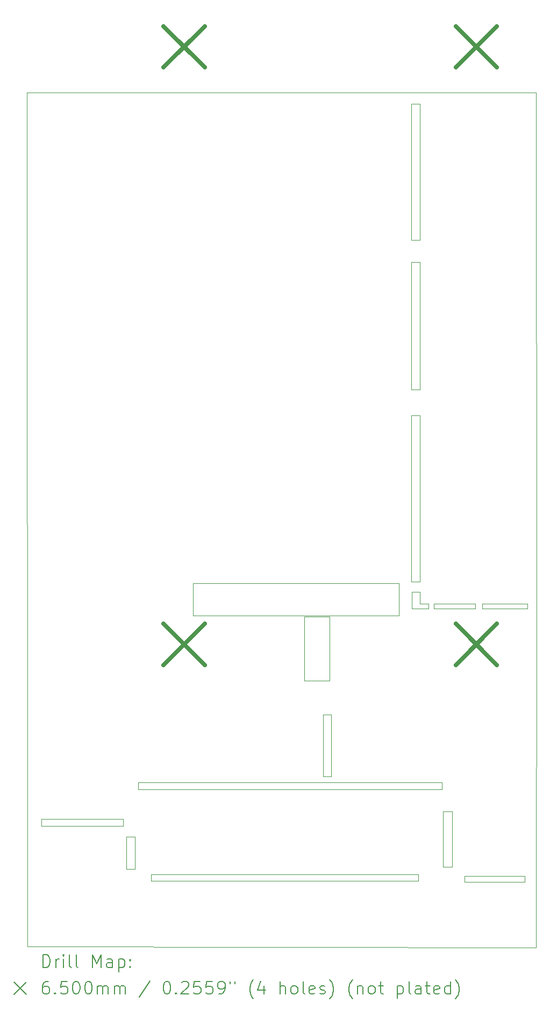
<source format=gbr>
%TF.GenerationSoftware,KiCad,Pcbnew,7.0.9*%
%TF.CreationDate,2024-01-29T20:39:37+05:30*%
%TF.ProjectId,Inverter,496e7665-7274-4657-922e-6b696361645f,rev?*%
%TF.SameCoordinates,Original*%
%TF.FileFunction,Drillmap*%
%TF.FilePolarity,Positive*%
%FSLAX45Y45*%
G04 Gerber Fmt 4.5, Leading zero omitted, Abs format (unit mm)*
G04 Created by KiCad (PCBNEW 7.0.9) date 2024-01-29 20:39:37*
%MOMM*%
%LPD*%
G01*
G04 APERTURE LIST*
%ADD10C,0.100000*%
%ADD11C,0.200000*%
%ADD12C,0.650000*%
G04 APERTURE END LIST*
D10*
X7379000Y-8024460D02*
X7509600Y-8024460D01*
X7509600Y-10642600D01*
X7379000Y-10642600D01*
X7379000Y-8024460D01*
X3935000Y-10668880D02*
X7180580Y-10668880D01*
X7180580Y-11174720D01*
X3935000Y-11174720D01*
X3935000Y-10668880D01*
X8495000Y-10984000D02*
X9207500Y-10984000D01*
X9207500Y-11063800D01*
X8495000Y-11063800D01*
X8495000Y-10984000D01*
X1547240Y-14373860D02*
X2837180Y-14373860D01*
X2837180Y-14480540D01*
X1547240Y-14480540D01*
X1547240Y-14373860D01*
X7733000Y-10986000D02*
X8382000Y-10986000D01*
X8382000Y-11065800D01*
X7733000Y-11065800D01*
X7733000Y-10986000D01*
X7509600Y-10985000D02*
X7650000Y-10985000D01*
X7650000Y-11065800D01*
X7383000Y-11065800D01*
X7383000Y-10805000D01*
X7509600Y-10805000D01*
X7509600Y-10985000D01*
X9350000Y-10764000D02*
X9350120Y-10764220D01*
X9344660Y-16393160D01*
X1330960Y-16383000D01*
X1320800Y-2997200D01*
X1323340Y-2943860D01*
X9345000Y-2940000D01*
X9350000Y-10764000D01*
X8215700Y-15273020D02*
X9166860Y-15273020D01*
X9166860Y-15367000D01*
X8215700Y-15367000D01*
X8215700Y-15273020D01*
X5986780Y-12733020D02*
X6118860Y-12733020D01*
X6118860Y-13703300D01*
X5986780Y-13703300D01*
X5986780Y-12733020D01*
X2885440Y-14654920D02*
X3025140Y-14654920D01*
X3025140Y-15158720D01*
X2885440Y-15158720D01*
X2885440Y-14654920D01*
X7879080Y-14251360D02*
X8016240Y-14251360D01*
X8016240Y-15123160D01*
X7879080Y-15123160D01*
X7879080Y-14251360D01*
X3274680Y-15245080D02*
X7485380Y-15245080D01*
X7485380Y-15346680D01*
X3274680Y-15346680D01*
X3274680Y-15245080D01*
X3073400Y-13794740D02*
X7856220Y-13794740D01*
X7856220Y-13909440D01*
X3073400Y-13909440D01*
X3073400Y-13794740D01*
X7379000Y-5607460D02*
X7509600Y-5607460D01*
X7509600Y-7620000D01*
X7379000Y-7620000D01*
X7379000Y-5607460D01*
X5689600Y-11189740D02*
X6093460Y-11189740D01*
X6093460Y-12194540D01*
X5689600Y-12194540D01*
X5689600Y-11189740D01*
X7379000Y-3124000D02*
X7509600Y-3124000D01*
X7509600Y-5259540D01*
X7379000Y-5259540D01*
X7379000Y-3124000D01*
D11*
D12*
X3476080Y-1899980D02*
X4126080Y-2549980D01*
X4126080Y-1899980D02*
X3476080Y-2549980D01*
X3476080Y-11299980D02*
X4126080Y-11949980D01*
X4126080Y-11299980D02*
X3476080Y-11949980D01*
X8076080Y-1899980D02*
X8726080Y-2549980D01*
X8726080Y-1899980D02*
X8076080Y-2549980D01*
X8076080Y-11299980D02*
X8726080Y-11949980D01*
X8726080Y-11299980D02*
X8076080Y-11949980D01*
D11*
X1576577Y-16709644D02*
X1576577Y-16509644D01*
X1576577Y-16509644D02*
X1624196Y-16509644D01*
X1624196Y-16509644D02*
X1652767Y-16519168D01*
X1652767Y-16519168D02*
X1671815Y-16538215D01*
X1671815Y-16538215D02*
X1681339Y-16557263D01*
X1681339Y-16557263D02*
X1690862Y-16595358D01*
X1690862Y-16595358D02*
X1690862Y-16623929D01*
X1690862Y-16623929D02*
X1681339Y-16662025D01*
X1681339Y-16662025D02*
X1671815Y-16681072D01*
X1671815Y-16681072D02*
X1652767Y-16700120D01*
X1652767Y-16700120D02*
X1624196Y-16709644D01*
X1624196Y-16709644D02*
X1576577Y-16709644D01*
X1776577Y-16709644D02*
X1776577Y-16576310D01*
X1776577Y-16614406D02*
X1786101Y-16595358D01*
X1786101Y-16595358D02*
X1795624Y-16585834D01*
X1795624Y-16585834D02*
X1814672Y-16576310D01*
X1814672Y-16576310D02*
X1833720Y-16576310D01*
X1900386Y-16709644D02*
X1900386Y-16576310D01*
X1900386Y-16509644D02*
X1890862Y-16519168D01*
X1890862Y-16519168D02*
X1900386Y-16528691D01*
X1900386Y-16528691D02*
X1909910Y-16519168D01*
X1909910Y-16519168D02*
X1900386Y-16509644D01*
X1900386Y-16509644D02*
X1900386Y-16528691D01*
X2024196Y-16709644D02*
X2005148Y-16700120D01*
X2005148Y-16700120D02*
X1995624Y-16681072D01*
X1995624Y-16681072D02*
X1995624Y-16509644D01*
X2128958Y-16709644D02*
X2109910Y-16700120D01*
X2109910Y-16700120D02*
X2100386Y-16681072D01*
X2100386Y-16681072D02*
X2100386Y-16509644D01*
X2357529Y-16709644D02*
X2357529Y-16509644D01*
X2357529Y-16509644D02*
X2424196Y-16652501D01*
X2424196Y-16652501D02*
X2490863Y-16509644D01*
X2490863Y-16509644D02*
X2490863Y-16709644D01*
X2671815Y-16709644D02*
X2671815Y-16604882D01*
X2671815Y-16604882D02*
X2662291Y-16585834D01*
X2662291Y-16585834D02*
X2643244Y-16576310D01*
X2643244Y-16576310D02*
X2605148Y-16576310D01*
X2605148Y-16576310D02*
X2586101Y-16585834D01*
X2671815Y-16700120D02*
X2652767Y-16709644D01*
X2652767Y-16709644D02*
X2605148Y-16709644D01*
X2605148Y-16709644D02*
X2586101Y-16700120D01*
X2586101Y-16700120D02*
X2576577Y-16681072D01*
X2576577Y-16681072D02*
X2576577Y-16662025D01*
X2576577Y-16662025D02*
X2586101Y-16642977D01*
X2586101Y-16642977D02*
X2605148Y-16633453D01*
X2605148Y-16633453D02*
X2652767Y-16633453D01*
X2652767Y-16633453D02*
X2671815Y-16623929D01*
X2767053Y-16576310D02*
X2767053Y-16776310D01*
X2767053Y-16585834D02*
X2786101Y-16576310D01*
X2786101Y-16576310D02*
X2824196Y-16576310D01*
X2824196Y-16576310D02*
X2843243Y-16585834D01*
X2843243Y-16585834D02*
X2852767Y-16595358D01*
X2852767Y-16595358D02*
X2862291Y-16614406D01*
X2862291Y-16614406D02*
X2862291Y-16671548D01*
X2862291Y-16671548D02*
X2852767Y-16690596D01*
X2852767Y-16690596D02*
X2843243Y-16700120D01*
X2843243Y-16700120D02*
X2824196Y-16709644D01*
X2824196Y-16709644D02*
X2786101Y-16709644D01*
X2786101Y-16709644D02*
X2767053Y-16700120D01*
X2948005Y-16690596D02*
X2957529Y-16700120D01*
X2957529Y-16700120D02*
X2948005Y-16709644D01*
X2948005Y-16709644D02*
X2938482Y-16700120D01*
X2938482Y-16700120D02*
X2948005Y-16690596D01*
X2948005Y-16690596D02*
X2948005Y-16709644D01*
X2948005Y-16585834D02*
X2957529Y-16595358D01*
X2957529Y-16595358D02*
X2948005Y-16604882D01*
X2948005Y-16604882D02*
X2938482Y-16595358D01*
X2938482Y-16595358D02*
X2948005Y-16585834D01*
X2948005Y-16585834D02*
X2948005Y-16604882D01*
X1115800Y-16938160D02*
X1315800Y-17138160D01*
X1315800Y-16938160D02*
X1115800Y-17138160D01*
X1662291Y-16929644D02*
X1624196Y-16929644D01*
X1624196Y-16929644D02*
X1605148Y-16939168D01*
X1605148Y-16939168D02*
X1595624Y-16948691D01*
X1595624Y-16948691D02*
X1576577Y-16977263D01*
X1576577Y-16977263D02*
X1567053Y-17015358D01*
X1567053Y-17015358D02*
X1567053Y-17091549D01*
X1567053Y-17091549D02*
X1576577Y-17110596D01*
X1576577Y-17110596D02*
X1586101Y-17120120D01*
X1586101Y-17120120D02*
X1605148Y-17129644D01*
X1605148Y-17129644D02*
X1643243Y-17129644D01*
X1643243Y-17129644D02*
X1662291Y-17120120D01*
X1662291Y-17120120D02*
X1671815Y-17110596D01*
X1671815Y-17110596D02*
X1681339Y-17091549D01*
X1681339Y-17091549D02*
X1681339Y-17043930D01*
X1681339Y-17043930D02*
X1671815Y-17024882D01*
X1671815Y-17024882D02*
X1662291Y-17015358D01*
X1662291Y-17015358D02*
X1643243Y-17005834D01*
X1643243Y-17005834D02*
X1605148Y-17005834D01*
X1605148Y-17005834D02*
X1586101Y-17015358D01*
X1586101Y-17015358D02*
X1576577Y-17024882D01*
X1576577Y-17024882D02*
X1567053Y-17043930D01*
X1767053Y-17110596D02*
X1776577Y-17120120D01*
X1776577Y-17120120D02*
X1767053Y-17129644D01*
X1767053Y-17129644D02*
X1757529Y-17120120D01*
X1757529Y-17120120D02*
X1767053Y-17110596D01*
X1767053Y-17110596D02*
X1767053Y-17129644D01*
X1957529Y-16929644D02*
X1862291Y-16929644D01*
X1862291Y-16929644D02*
X1852767Y-17024882D01*
X1852767Y-17024882D02*
X1862291Y-17015358D01*
X1862291Y-17015358D02*
X1881339Y-17005834D01*
X1881339Y-17005834D02*
X1928958Y-17005834D01*
X1928958Y-17005834D02*
X1948005Y-17015358D01*
X1948005Y-17015358D02*
X1957529Y-17024882D01*
X1957529Y-17024882D02*
X1967053Y-17043930D01*
X1967053Y-17043930D02*
X1967053Y-17091549D01*
X1967053Y-17091549D02*
X1957529Y-17110596D01*
X1957529Y-17110596D02*
X1948005Y-17120120D01*
X1948005Y-17120120D02*
X1928958Y-17129644D01*
X1928958Y-17129644D02*
X1881339Y-17129644D01*
X1881339Y-17129644D02*
X1862291Y-17120120D01*
X1862291Y-17120120D02*
X1852767Y-17110596D01*
X2090862Y-16929644D02*
X2109910Y-16929644D01*
X2109910Y-16929644D02*
X2128958Y-16939168D01*
X2128958Y-16939168D02*
X2138482Y-16948691D01*
X2138482Y-16948691D02*
X2148005Y-16967739D01*
X2148005Y-16967739D02*
X2157529Y-17005834D01*
X2157529Y-17005834D02*
X2157529Y-17053453D01*
X2157529Y-17053453D02*
X2148005Y-17091549D01*
X2148005Y-17091549D02*
X2138482Y-17110596D01*
X2138482Y-17110596D02*
X2128958Y-17120120D01*
X2128958Y-17120120D02*
X2109910Y-17129644D01*
X2109910Y-17129644D02*
X2090862Y-17129644D01*
X2090862Y-17129644D02*
X2071815Y-17120120D01*
X2071815Y-17120120D02*
X2062291Y-17110596D01*
X2062291Y-17110596D02*
X2052767Y-17091549D01*
X2052767Y-17091549D02*
X2043243Y-17053453D01*
X2043243Y-17053453D02*
X2043243Y-17005834D01*
X2043243Y-17005834D02*
X2052767Y-16967739D01*
X2052767Y-16967739D02*
X2062291Y-16948691D01*
X2062291Y-16948691D02*
X2071815Y-16939168D01*
X2071815Y-16939168D02*
X2090862Y-16929644D01*
X2281339Y-16929644D02*
X2300386Y-16929644D01*
X2300386Y-16929644D02*
X2319434Y-16939168D01*
X2319434Y-16939168D02*
X2328958Y-16948691D01*
X2328958Y-16948691D02*
X2338482Y-16967739D01*
X2338482Y-16967739D02*
X2348005Y-17005834D01*
X2348005Y-17005834D02*
X2348005Y-17053453D01*
X2348005Y-17053453D02*
X2338482Y-17091549D01*
X2338482Y-17091549D02*
X2328958Y-17110596D01*
X2328958Y-17110596D02*
X2319434Y-17120120D01*
X2319434Y-17120120D02*
X2300386Y-17129644D01*
X2300386Y-17129644D02*
X2281339Y-17129644D01*
X2281339Y-17129644D02*
X2262291Y-17120120D01*
X2262291Y-17120120D02*
X2252767Y-17110596D01*
X2252767Y-17110596D02*
X2243244Y-17091549D01*
X2243244Y-17091549D02*
X2233720Y-17053453D01*
X2233720Y-17053453D02*
X2233720Y-17005834D01*
X2233720Y-17005834D02*
X2243244Y-16967739D01*
X2243244Y-16967739D02*
X2252767Y-16948691D01*
X2252767Y-16948691D02*
X2262291Y-16939168D01*
X2262291Y-16939168D02*
X2281339Y-16929644D01*
X2433720Y-17129644D02*
X2433720Y-16996310D01*
X2433720Y-17015358D02*
X2443244Y-17005834D01*
X2443244Y-17005834D02*
X2462291Y-16996310D01*
X2462291Y-16996310D02*
X2490863Y-16996310D01*
X2490863Y-16996310D02*
X2509910Y-17005834D01*
X2509910Y-17005834D02*
X2519434Y-17024882D01*
X2519434Y-17024882D02*
X2519434Y-17129644D01*
X2519434Y-17024882D02*
X2528958Y-17005834D01*
X2528958Y-17005834D02*
X2548005Y-16996310D01*
X2548005Y-16996310D02*
X2576577Y-16996310D01*
X2576577Y-16996310D02*
X2595625Y-17005834D01*
X2595625Y-17005834D02*
X2605148Y-17024882D01*
X2605148Y-17024882D02*
X2605148Y-17129644D01*
X2700386Y-17129644D02*
X2700386Y-16996310D01*
X2700386Y-17015358D02*
X2709910Y-17005834D01*
X2709910Y-17005834D02*
X2728958Y-16996310D01*
X2728958Y-16996310D02*
X2757529Y-16996310D01*
X2757529Y-16996310D02*
X2776577Y-17005834D01*
X2776577Y-17005834D02*
X2786101Y-17024882D01*
X2786101Y-17024882D02*
X2786101Y-17129644D01*
X2786101Y-17024882D02*
X2795625Y-17005834D01*
X2795625Y-17005834D02*
X2814672Y-16996310D01*
X2814672Y-16996310D02*
X2843243Y-16996310D01*
X2843243Y-16996310D02*
X2862291Y-17005834D01*
X2862291Y-17005834D02*
X2871815Y-17024882D01*
X2871815Y-17024882D02*
X2871815Y-17129644D01*
X3262291Y-16920120D02*
X3090863Y-17177263D01*
X3519434Y-16929644D02*
X3538482Y-16929644D01*
X3538482Y-16929644D02*
X3557529Y-16939168D01*
X3557529Y-16939168D02*
X3567053Y-16948691D01*
X3567053Y-16948691D02*
X3576577Y-16967739D01*
X3576577Y-16967739D02*
X3586101Y-17005834D01*
X3586101Y-17005834D02*
X3586101Y-17053453D01*
X3586101Y-17053453D02*
X3576577Y-17091549D01*
X3576577Y-17091549D02*
X3567053Y-17110596D01*
X3567053Y-17110596D02*
X3557529Y-17120120D01*
X3557529Y-17120120D02*
X3538482Y-17129644D01*
X3538482Y-17129644D02*
X3519434Y-17129644D01*
X3519434Y-17129644D02*
X3500386Y-17120120D01*
X3500386Y-17120120D02*
X3490863Y-17110596D01*
X3490863Y-17110596D02*
X3481339Y-17091549D01*
X3481339Y-17091549D02*
X3471815Y-17053453D01*
X3471815Y-17053453D02*
X3471815Y-17005834D01*
X3471815Y-17005834D02*
X3481339Y-16967739D01*
X3481339Y-16967739D02*
X3490863Y-16948691D01*
X3490863Y-16948691D02*
X3500386Y-16939168D01*
X3500386Y-16939168D02*
X3519434Y-16929644D01*
X3671815Y-17110596D02*
X3681339Y-17120120D01*
X3681339Y-17120120D02*
X3671815Y-17129644D01*
X3671815Y-17129644D02*
X3662291Y-17120120D01*
X3662291Y-17120120D02*
X3671815Y-17110596D01*
X3671815Y-17110596D02*
X3671815Y-17129644D01*
X3757529Y-16948691D02*
X3767053Y-16939168D01*
X3767053Y-16939168D02*
X3786101Y-16929644D01*
X3786101Y-16929644D02*
X3833720Y-16929644D01*
X3833720Y-16929644D02*
X3852767Y-16939168D01*
X3852767Y-16939168D02*
X3862291Y-16948691D01*
X3862291Y-16948691D02*
X3871815Y-16967739D01*
X3871815Y-16967739D02*
X3871815Y-16986787D01*
X3871815Y-16986787D02*
X3862291Y-17015358D01*
X3862291Y-17015358D02*
X3748006Y-17129644D01*
X3748006Y-17129644D02*
X3871815Y-17129644D01*
X4052767Y-16929644D02*
X3957529Y-16929644D01*
X3957529Y-16929644D02*
X3948006Y-17024882D01*
X3948006Y-17024882D02*
X3957529Y-17015358D01*
X3957529Y-17015358D02*
X3976577Y-17005834D01*
X3976577Y-17005834D02*
X4024196Y-17005834D01*
X4024196Y-17005834D02*
X4043244Y-17015358D01*
X4043244Y-17015358D02*
X4052767Y-17024882D01*
X4052767Y-17024882D02*
X4062291Y-17043930D01*
X4062291Y-17043930D02*
X4062291Y-17091549D01*
X4062291Y-17091549D02*
X4052767Y-17110596D01*
X4052767Y-17110596D02*
X4043244Y-17120120D01*
X4043244Y-17120120D02*
X4024196Y-17129644D01*
X4024196Y-17129644D02*
X3976577Y-17129644D01*
X3976577Y-17129644D02*
X3957529Y-17120120D01*
X3957529Y-17120120D02*
X3948006Y-17110596D01*
X4243244Y-16929644D02*
X4148006Y-16929644D01*
X4148006Y-16929644D02*
X4138482Y-17024882D01*
X4138482Y-17024882D02*
X4148006Y-17015358D01*
X4148006Y-17015358D02*
X4167053Y-17005834D01*
X4167053Y-17005834D02*
X4214672Y-17005834D01*
X4214672Y-17005834D02*
X4233720Y-17015358D01*
X4233720Y-17015358D02*
X4243244Y-17024882D01*
X4243244Y-17024882D02*
X4252768Y-17043930D01*
X4252768Y-17043930D02*
X4252768Y-17091549D01*
X4252768Y-17091549D02*
X4243244Y-17110596D01*
X4243244Y-17110596D02*
X4233720Y-17120120D01*
X4233720Y-17120120D02*
X4214672Y-17129644D01*
X4214672Y-17129644D02*
X4167053Y-17129644D01*
X4167053Y-17129644D02*
X4148006Y-17120120D01*
X4148006Y-17120120D02*
X4138482Y-17110596D01*
X4348006Y-17129644D02*
X4386101Y-17129644D01*
X4386101Y-17129644D02*
X4405149Y-17120120D01*
X4405149Y-17120120D02*
X4414672Y-17110596D01*
X4414672Y-17110596D02*
X4433720Y-17082025D01*
X4433720Y-17082025D02*
X4443244Y-17043930D01*
X4443244Y-17043930D02*
X4443244Y-16967739D01*
X4443244Y-16967739D02*
X4433720Y-16948691D01*
X4433720Y-16948691D02*
X4424196Y-16939168D01*
X4424196Y-16939168D02*
X4405149Y-16929644D01*
X4405149Y-16929644D02*
X4367053Y-16929644D01*
X4367053Y-16929644D02*
X4348006Y-16939168D01*
X4348006Y-16939168D02*
X4338482Y-16948691D01*
X4338482Y-16948691D02*
X4328958Y-16967739D01*
X4328958Y-16967739D02*
X4328958Y-17015358D01*
X4328958Y-17015358D02*
X4338482Y-17034406D01*
X4338482Y-17034406D02*
X4348006Y-17043930D01*
X4348006Y-17043930D02*
X4367053Y-17053453D01*
X4367053Y-17053453D02*
X4405149Y-17053453D01*
X4405149Y-17053453D02*
X4424196Y-17043930D01*
X4424196Y-17043930D02*
X4433720Y-17034406D01*
X4433720Y-17034406D02*
X4443244Y-17015358D01*
X4519434Y-16929644D02*
X4519434Y-16967739D01*
X4595625Y-16929644D02*
X4595625Y-16967739D01*
X4890863Y-17205834D02*
X4881339Y-17196310D01*
X4881339Y-17196310D02*
X4862291Y-17167739D01*
X4862291Y-17167739D02*
X4852768Y-17148691D01*
X4852768Y-17148691D02*
X4843244Y-17120120D01*
X4843244Y-17120120D02*
X4833720Y-17072501D01*
X4833720Y-17072501D02*
X4833720Y-17034406D01*
X4833720Y-17034406D02*
X4843244Y-16986787D01*
X4843244Y-16986787D02*
X4852768Y-16958215D01*
X4852768Y-16958215D02*
X4862291Y-16939168D01*
X4862291Y-16939168D02*
X4881339Y-16910596D01*
X4881339Y-16910596D02*
X4890863Y-16901072D01*
X5052768Y-16996310D02*
X5052768Y-17129644D01*
X5005149Y-16920120D02*
X4957530Y-17062977D01*
X4957530Y-17062977D02*
X5081339Y-17062977D01*
X5309911Y-17129644D02*
X5309911Y-16929644D01*
X5395625Y-17129644D02*
X5395625Y-17024882D01*
X5395625Y-17024882D02*
X5386101Y-17005834D01*
X5386101Y-17005834D02*
X5367053Y-16996310D01*
X5367053Y-16996310D02*
X5338482Y-16996310D01*
X5338482Y-16996310D02*
X5319434Y-17005834D01*
X5319434Y-17005834D02*
X5309911Y-17015358D01*
X5519434Y-17129644D02*
X5500387Y-17120120D01*
X5500387Y-17120120D02*
X5490863Y-17110596D01*
X5490863Y-17110596D02*
X5481339Y-17091549D01*
X5481339Y-17091549D02*
X5481339Y-17034406D01*
X5481339Y-17034406D02*
X5490863Y-17015358D01*
X5490863Y-17015358D02*
X5500387Y-17005834D01*
X5500387Y-17005834D02*
X5519434Y-16996310D01*
X5519434Y-16996310D02*
X5548006Y-16996310D01*
X5548006Y-16996310D02*
X5567053Y-17005834D01*
X5567053Y-17005834D02*
X5576577Y-17015358D01*
X5576577Y-17015358D02*
X5586101Y-17034406D01*
X5586101Y-17034406D02*
X5586101Y-17091549D01*
X5586101Y-17091549D02*
X5576577Y-17110596D01*
X5576577Y-17110596D02*
X5567053Y-17120120D01*
X5567053Y-17120120D02*
X5548006Y-17129644D01*
X5548006Y-17129644D02*
X5519434Y-17129644D01*
X5700387Y-17129644D02*
X5681339Y-17120120D01*
X5681339Y-17120120D02*
X5671815Y-17101072D01*
X5671815Y-17101072D02*
X5671815Y-16929644D01*
X5852768Y-17120120D02*
X5833720Y-17129644D01*
X5833720Y-17129644D02*
X5795625Y-17129644D01*
X5795625Y-17129644D02*
X5776577Y-17120120D01*
X5776577Y-17120120D02*
X5767053Y-17101072D01*
X5767053Y-17101072D02*
X5767053Y-17024882D01*
X5767053Y-17024882D02*
X5776577Y-17005834D01*
X5776577Y-17005834D02*
X5795625Y-16996310D01*
X5795625Y-16996310D02*
X5833720Y-16996310D01*
X5833720Y-16996310D02*
X5852768Y-17005834D01*
X5852768Y-17005834D02*
X5862291Y-17024882D01*
X5862291Y-17024882D02*
X5862291Y-17043930D01*
X5862291Y-17043930D02*
X5767053Y-17062977D01*
X5938482Y-17120120D02*
X5957530Y-17129644D01*
X5957530Y-17129644D02*
X5995625Y-17129644D01*
X5995625Y-17129644D02*
X6014672Y-17120120D01*
X6014672Y-17120120D02*
X6024196Y-17101072D01*
X6024196Y-17101072D02*
X6024196Y-17091549D01*
X6024196Y-17091549D02*
X6014672Y-17072501D01*
X6014672Y-17072501D02*
X5995625Y-17062977D01*
X5995625Y-17062977D02*
X5967053Y-17062977D01*
X5967053Y-17062977D02*
X5948006Y-17053453D01*
X5948006Y-17053453D02*
X5938482Y-17034406D01*
X5938482Y-17034406D02*
X5938482Y-17024882D01*
X5938482Y-17024882D02*
X5948006Y-17005834D01*
X5948006Y-17005834D02*
X5967053Y-16996310D01*
X5967053Y-16996310D02*
X5995625Y-16996310D01*
X5995625Y-16996310D02*
X6014672Y-17005834D01*
X6090863Y-17205834D02*
X6100387Y-17196310D01*
X6100387Y-17196310D02*
X6119434Y-17167739D01*
X6119434Y-17167739D02*
X6128958Y-17148691D01*
X6128958Y-17148691D02*
X6138482Y-17120120D01*
X6138482Y-17120120D02*
X6148006Y-17072501D01*
X6148006Y-17072501D02*
X6148006Y-17034406D01*
X6148006Y-17034406D02*
X6138482Y-16986787D01*
X6138482Y-16986787D02*
X6128958Y-16958215D01*
X6128958Y-16958215D02*
X6119434Y-16939168D01*
X6119434Y-16939168D02*
X6100387Y-16910596D01*
X6100387Y-16910596D02*
X6090863Y-16901072D01*
X6452768Y-17205834D02*
X6443244Y-17196310D01*
X6443244Y-17196310D02*
X6424196Y-17167739D01*
X6424196Y-17167739D02*
X6414672Y-17148691D01*
X6414672Y-17148691D02*
X6405149Y-17120120D01*
X6405149Y-17120120D02*
X6395625Y-17072501D01*
X6395625Y-17072501D02*
X6395625Y-17034406D01*
X6395625Y-17034406D02*
X6405149Y-16986787D01*
X6405149Y-16986787D02*
X6414672Y-16958215D01*
X6414672Y-16958215D02*
X6424196Y-16939168D01*
X6424196Y-16939168D02*
X6443244Y-16910596D01*
X6443244Y-16910596D02*
X6452768Y-16901072D01*
X6528958Y-16996310D02*
X6528958Y-17129644D01*
X6528958Y-17015358D02*
X6538482Y-17005834D01*
X6538482Y-17005834D02*
X6557530Y-16996310D01*
X6557530Y-16996310D02*
X6586101Y-16996310D01*
X6586101Y-16996310D02*
X6605149Y-17005834D01*
X6605149Y-17005834D02*
X6614672Y-17024882D01*
X6614672Y-17024882D02*
X6614672Y-17129644D01*
X6738482Y-17129644D02*
X6719434Y-17120120D01*
X6719434Y-17120120D02*
X6709911Y-17110596D01*
X6709911Y-17110596D02*
X6700387Y-17091549D01*
X6700387Y-17091549D02*
X6700387Y-17034406D01*
X6700387Y-17034406D02*
X6709911Y-17015358D01*
X6709911Y-17015358D02*
X6719434Y-17005834D01*
X6719434Y-17005834D02*
X6738482Y-16996310D01*
X6738482Y-16996310D02*
X6767053Y-16996310D01*
X6767053Y-16996310D02*
X6786101Y-17005834D01*
X6786101Y-17005834D02*
X6795625Y-17015358D01*
X6795625Y-17015358D02*
X6805149Y-17034406D01*
X6805149Y-17034406D02*
X6805149Y-17091549D01*
X6805149Y-17091549D02*
X6795625Y-17110596D01*
X6795625Y-17110596D02*
X6786101Y-17120120D01*
X6786101Y-17120120D02*
X6767053Y-17129644D01*
X6767053Y-17129644D02*
X6738482Y-17129644D01*
X6862292Y-16996310D02*
X6938482Y-16996310D01*
X6890863Y-16929644D02*
X6890863Y-17101072D01*
X6890863Y-17101072D02*
X6900387Y-17120120D01*
X6900387Y-17120120D02*
X6919434Y-17129644D01*
X6919434Y-17129644D02*
X6938482Y-17129644D01*
X7157530Y-16996310D02*
X7157530Y-17196310D01*
X7157530Y-17005834D02*
X7176577Y-16996310D01*
X7176577Y-16996310D02*
X7214673Y-16996310D01*
X7214673Y-16996310D02*
X7233720Y-17005834D01*
X7233720Y-17005834D02*
X7243244Y-17015358D01*
X7243244Y-17015358D02*
X7252768Y-17034406D01*
X7252768Y-17034406D02*
X7252768Y-17091549D01*
X7252768Y-17091549D02*
X7243244Y-17110596D01*
X7243244Y-17110596D02*
X7233720Y-17120120D01*
X7233720Y-17120120D02*
X7214673Y-17129644D01*
X7214673Y-17129644D02*
X7176577Y-17129644D01*
X7176577Y-17129644D02*
X7157530Y-17120120D01*
X7367053Y-17129644D02*
X7348006Y-17120120D01*
X7348006Y-17120120D02*
X7338482Y-17101072D01*
X7338482Y-17101072D02*
X7338482Y-16929644D01*
X7528958Y-17129644D02*
X7528958Y-17024882D01*
X7528958Y-17024882D02*
X7519434Y-17005834D01*
X7519434Y-17005834D02*
X7500387Y-16996310D01*
X7500387Y-16996310D02*
X7462292Y-16996310D01*
X7462292Y-16996310D02*
X7443244Y-17005834D01*
X7528958Y-17120120D02*
X7509911Y-17129644D01*
X7509911Y-17129644D02*
X7462292Y-17129644D01*
X7462292Y-17129644D02*
X7443244Y-17120120D01*
X7443244Y-17120120D02*
X7433720Y-17101072D01*
X7433720Y-17101072D02*
X7433720Y-17082025D01*
X7433720Y-17082025D02*
X7443244Y-17062977D01*
X7443244Y-17062977D02*
X7462292Y-17053453D01*
X7462292Y-17053453D02*
X7509911Y-17053453D01*
X7509911Y-17053453D02*
X7528958Y-17043930D01*
X7595625Y-16996310D02*
X7671815Y-16996310D01*
X7624196Y-16929644D02*
X7624196Y-17101072D01*
X7624196Y-17101072D02*
X7633720Y-17120120D01*
X7633720Y-17120120D02*
X7652768Y-17129644D01*
X7652768Y-17129644D02*
X7671815Y-17129644D01*
X7814673Y-17120120D02*
X7795625Y-17129644D01*
X7795625Y-17129644D02*
X7757530Y-17129644D01*
X7757530Y-17129644D02*
X7738482Y-17120120D01*
X7738482Y-17120120D02*
X7728958Y-17101072D01*
X7728958Y-17101072D02*
X7728958Y-17024882D01*
X7728958Y-17024882D02*
X7738482Y-17005834D01*
X7738482Y-17005834D02*
X7757530Y-16996310D01*
X7757530Y-16996310D02*
X7795625Y-16996310D01*
X7795625Y-16996310D02*
X7814673Y-17005834D01*
X7814673Y-17005834D02*
X7824196Y-17024882D01*
X7824196Y-17024882D02*
X7824196Y-17043930D01*
X7824196Y-17043930D02*
X7728958Y-17062977D01*
X7995625Y-17129644D02*
X7995625Y-16929644D01*
X7995625Y-17120120D02*
X7976577Y-17129644D01*
X7976577Y-17129644D02*
X7938482Y-17129644D01*
X7938482Y-17129644D02*
X7919434Y-17120120D01*
X7919434Y-17120120D02*
X7909911Y-17110596D01*
X7909911Y-17110596D02*
X7900387Y-17091549D01*
X7900387Y-17091549D02*
X7900387Y-17034406D01*
X7900387Y-17034406D02*
X7909911Y-17015358D01*
X7909911Y-17015358D02*
X7919434Y-17005834D01*
X7919434Y-17005834D02*
X7938482Y-16996310D01*
X7938482Y-16996310D02*
X7976577Y-16996310D01*
X7976577Y-16996310D02*
X7995625Y-17005834D01*
X8071815Y-17205834D02*
X8081339Y-17196310D01*
X8081339Y-17196310D02*
X8100387Y-17167739D01*
X8100387Y-17167739D02*
X8109911Y-17148691D01*
X8109911Y-17148691D02*
X8119434Y-17120120D01*
X8119434Y-17120120D02*
X8128958Y-17072501D01*
X8128958Y-17072501D02*
X8128958Y-17034406D01*
X8128958Y-17034406D02*
X8119434Y-16986787D01*
X8119434Y-16986787D02*
X8109911Y-16958215D01*
X8109911Y-16958215D02*
X8100387Y-16939168D01*
X8100387Y-16939168D02*
X8081339Y-16910596D01*
X8081339Y-16910596D02*
X8071815Y-16901072D01*
M02*

</source>
